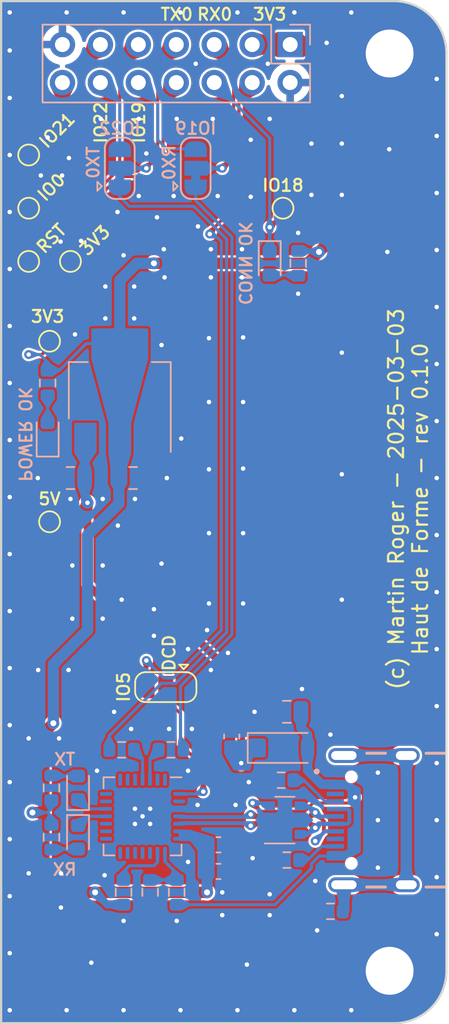
<source format=kicad_pcb>
(kicad_pcb (version 20221018) (generator pcbnew)
  (title_block (title "Haut de Forme") (date "2025-03-03") (rev "0.1.0") (company "Martin Roger"))
  (layers (0 "F.Cu" signal "Top") (31 "B.Cu" signal "Bottom") (34 "B.Paste" user) (35 "F.Paste" user) (36 "B.SilkS" user "B.Silkscreen") (37 "F.SilkS" user "F.Silkscreen") (38 "B.Mask" user) (39 "F.Mask" user) (44 "Edge.Cuts" user))
  (net 0 "")
  (net 1 "RX0")
  (net 2 "TX0")
  (net 3 "RST")
  (net 4 "IO21")
  (net 5 "IO22")
  (net 6 "IO19")
  (net 7 "IO23")
  (net 8 "Net-(D5-A)")
  (net 9 "IO18")
  (net 10 "Net-(D6-A)")
  (net 11 "VBUS")
  (net 12 "RX")
  (net 13 "GND")
  (net 14 "/CP2102_1/D+")
  (net 15 "TX")
  (net 16 "/CP2102_1/D-")
  (net 17 "+3.3V")
  (net 18 "+5V")
  (net 19 "IO0")
  (net 20 "/CP2102_1/DCD")
  (net 21 "/CP2102_1/RI")
  (net 33 "/CP2102_1/CTS")
  (net 34 "/CP2102_1/RTS")
  (net 35 "/CP2102_1/DSR")
  (net 36 "/CP2102_1/DTR")
  (net 37 "IO5")
  (net 40 "Net-(U4-~{RST})")
  (net 41 "Net-(U4-VBUS)")
  (net 42 "Net-(U4-TXD)")
  (net 43 "Net-(U4-RXD)")
  (net 44 "Net-(J6-SHELL_GND)")
  (net 45 "Net-(J6-CC2)")
  (net 46 "Net-(J6-CC1)")
  (net 47 "Net-(D9-K)")
  (net 48 "Net-(D9-A)")
  (net 49 "Net-(D11-K)")
  (net 50 "Net-(D11-A)")
  (footprint "MountingHole:MountingHole_3.2mm_M3_Pad_TopBottom" (layer "F.Cu") (at 146.812 97.409)
    (fp_text reference "H1" hide)
    (fp_text value "MountingHole_Pad" hide)
  )
  (footprint "TestPoint:TestPoint_Pad_D1.0mm" (layer "F.Cu") (at 122.6566 104.1908)
    (fp_text reference "TP5" hide)
    (fp_text value "TestPoint_Small" hide)
  )
  (footprint "MountingHole:MountingHole_3.2mm_M3_Pad_TopBottom" (layer "F.Cu") (at 146.812 158.709)
    (fp_text reference "H2" hide)
    (fp_text value "MountingHole_Pad" hide)
  )
  (footprint "Jumper:SolderJumper-3_P1.3mm_Bridged12_RoundedPad1.0x1.5mm" (layer "F.Cu") (at 131.8306 139.7508 180)
    (fp_text reference "JP1" hide)
    (fp_text value "SolderJumper_3_Bridged12")
  )
  (footprint "TestPoint:TestPoint_Pad_D1.0mm" (layer "F.Cu") (at 124.0536 128.7018)
    (fp_text reference "5V1" hide)
    (fp_text value "TestPoint_Small" hide)
  )
  (footprint "TestPoint:TestPoint_Pad_D1.0mm" (layer "F.Cu") (at 139.6746 107.7468)
    (fp_text reference "TP3" hide)
    (fp_text value "TestPoint_Small" hide)
  )
  (footprint "TestPoint:TestPoint_Pad_D1.0mm" (layer "F.Cu") (at 125.4506 111.3028)
    (fp_text reference "TP4" hide)
    (fp_text value "TestPoint_Small" hide)
  )
  (footprint "TestPoint:TestPoint_Pad_D1.0mm" (layer "F.Cu") (at 122.6566 111.3028)
    (fp_text reference "TP2" hide)
    (fp_text value "TestPoint_Small" hide)
  )
  (footprint "TestPoint:TestPoint_Pad_D1.0mm" (layer "F.Cu") (at 124.0536 116.636093)
    (fp_text reference "3V1" hide)
    (fp_text value "TestPoint_Small" hide)
  )
  (footprint "TestPoint:TestPoint_Pad_D1.0mm" (layer "F.Cu") (at 122.6566 107.7468)
    (fp_text reference "TP1" hide)
    (fp_text value "TestPoint_Small" hide)
  )
  (footprint "Capacitor_SMD:C_0603_1608Metric" (layer "B.Cu") (at 135.3566 150.2918 180)
    (fp_text reference "C14" hide)
    (fp_text value "0.1uF 50V" hide)
  )
  (footprint "Jumper:SolderJumper-3_P1.3mm_Bridged12_RoundedPad1.0x1.5mm" (layer "B.Cu") (at 133.8326 105.0798 90)
    (fp_text reference "JP2" hide)
    (fp_text value "SolderJumper_3_Bridged12" hide)
  )
  (footprint "Capacitor_SMD:C_0805_2012Metric" (layer "B.Cu") (at 125.4506 125.7808)
    (fp_text reference "C6" hide)
    (fp_text value "22uF 10V" hide)
  )
  (footprint "Resistor_SMD:R_0603_1608Metric" (layer "B.Cu") (at 132.1816 143.9418)
    (fp_text reference "R26" hide)
    (fp_text value "0R" hide)
  )
  (footprint "Capacitor_SMD:C_0805_2012Metric" (layer "B.Cu") (at 139.9286 141.4018)
    (fp_text reference "C16" hide)
    (fp_text value "22uF 10V" hide)
  )
  (footprint "Capacitor_SMD:C_0805_2012Metric" (layer "B.Cu") (at 129.6416 125.7808 180)
    (fp_text reference "C7" hide)
    (fp_text value "22uF 10V" hide)
  )
  (footprint "Resistor_SMD:R_0603_1608Metric" (layer "B.Cu") (at 130.7846 153.4668 -90)
    (fp_text reference "R24" hide)
    (fp_text value "47.5K 1%" hide)
  )
  (footprint "LED_SMD:LED_0603_1608Metric" (layer "B.Cu") (at 125.9586 146.4818 90)
    (fp_text reference "D9" hide)
    (fp_text value "2.1V G 10mA" hide)
  )
  (footprint "Connector_PinSocket_2.54mm:PinSocket_2x07_P2.54mm_Vertical" (layer "B.Cu") (at 132.535 98.082 90)
    (fp_text reference "J1" hide)
    (fp_text value "Conn_02x07_Counter_Clockwise" hide)
  )
  (footprint "Capacitor_SMD:C_0603_1608Metric" (layer "B.Cu") (at 136.2456 143.0528 -90)
    (fp_text reference "C15" hide)
    (fp_text value "10uF 10V" hide)
  )
  (footprint "Package_TO_SOT_SMD:SOT-223-3_TabPin2" (layer "B.Cu") (at 128.7526 119.9388 90)
    (fp_text reference "U2" hide)
    (fp_text value "AZ1117CH-3.3TRG1" hide)
  )
  (footprint "Resistor_SMD:R_0603_1608Metric" (layer "B.Cu") (at 128.8796 143.9418 180)
    (fp_text reference "R27" hide)
    (fp_text value "0R" hide)
  )
  (footprint "Resistor_SMD:R_0603_1608Metric" (layer "B.Cu") (at 124.1806 149.7838 -90)
    (fp_text reference "R35" hide)
    (fp_text value "1K 1%" hide)
  )
  (footprint "Jumper:SolderJumper-3_P1.3mm_Bridged12_RoundedPad1.0x1.5mm" (layer "B.Cu") (at 128.7526 105.0798 90)
    (fp_text reference "JP3" hide)
    (fp_text value "SolderJumper_3_Bridged12" hide)
  )
  (footprint "Resistor_SMD:R_0603_1608Metric" (layer "B.Cu") (at 124.1806 146.4818 90)
    (fp_text reference "R34" hide)
    (fp_text value "1K 1%" hide)
  )
  (footprint "Resistor_SMD:R_0603_1608Metric" (layer "B.Cu") (at 142.8496 154.7368 180)
    (fp_text reference "R29" hide)
    (fp_text value "0R" hide)
  )
  (footprint "Resistor_SMD:R_0603_1608Metric" (layer "B.Cu") (at 129.0066 153.4668 90)
    (fp_text reference "R25" hide)
    (fp_text value "2K 1%" hide)
  )
  (footprint "Package_DFN_QFN:QFN-28-1EP_5x5mm_P0.5mm_EP3.35x3.35mm" (layer "B.Cu") (at 130.2766 148.3868 180)
    (fp_text reference "U4" hide)
    (fp_text value "CP2102N" hide)
  )
  (footprint "Diode_SMD:D_SOD-123" (layer "B.Cu") (at 139.6746 143.8148)
    (fp_text reference "D14" hide)
    (fp_text value "1N5819HW-7-F" hide)
  )
  (footprint "DIY:GCT_USB4105-GF-A" (layer "B.Cu") (at 147.9296 148.6408 -90)
    (fp_text reference "J6" hide)
    (fp_text value "USB4105-GF-A" hide)
  )
  (footprint "Package_TO_SOT_SMD:SOT-143" (layer "B.Cu") (at 139.8016 148.6408)
    (fp_text reference "D8" hide)
    (fp_text value "SP0503BAHTG" hide)
  )
  (footprint "LED_SMD:LED_0603_1608Metric" (layer "B.Cu") (at 138.7856 111.4298 -90)
    (fp_text reference "D6" hide)
    (fp_text value "2V R 10mA" hide)
  )
  (footprint "Resistor_SMD:R_0603_1608Metric" (layer "B.Cu") (at 139.9286 151.307799 180)
    (fp_text reference "R30" hide)
    (fp_text value "5.1K 1%" hide)
  )
  (footprint "Resistor_SMD:R_0603_1608Metric" (layer "B.Cu") (at 140.6906 111.4298 -90)
    (fp_text reference "R6" hide)
    (fp_text value "1K 1%" hide)
  )
  (footprint "Resistor_SMD:R_0603_1608Metric" (layer "B.Cu") (at 139.5476 145.9738)
    (fp_text reference "R28" hide)
    (fp_text value "5.1K 1%" hide)
  )
  (footprint "Capacitor_SMD:C_0603_1608Metric" (layer "B.Cu") (at 135.3566 152.0698 180)
    (fp_text reference "C13" hide)
    (fp_text value "10uF 10V" hide)
  )
  (footprint "Resistor_SMD:R_0603_1608Metric" (layer "B.Cu") (at 132.5626 153.4668 90)
    (fp_text reference "R23" hide)
    (fp_text value "22.1K 1%" hide)
  )
  (footprint "Resistor_SMD:R_0603_1608Metric" (layer "B.Cu") (at 123.9266 119.4308 -90)
    (fp_text reference "R5" hide)
    (fp_text value "1K 1%" hide)
  )
  (footprint "LED_SMD:LED_0603_1608Metric" (layer "B.Cu") (at 125.9586 149.7838 -90)
    (fp_text reference "D11" hide)
    (fp_text value "2.1V G 10mA" hide)
  )
  (footprint "LED_SMD:LED_0603_1608Metric" (layer "B.Cu") (at 123.9266 122.8598 90)
    (fp_text reference "D5" hide)
    (fp_text value "2.1V O 10mA" hide)
  )
  (gr_line locked (start 120.812 162.209) (end 120.812 93.909) (stroke (width 0.15)) (layer "Edge.Cuts"))
  (gr_arc locked (start 147.112 93.909) (mid 149.586874 94.934126) (end 150.612 97.409) (stroke (width 0.15)) (layer "Edge.Cuts"))
  (gr_line locked (start 147.112 93.909) (end 120.812 93.909) (stroke (width 0.15)) (layer "Edge.Cuts"))
  (gr_line locked (start 150.612 97.409) (end 150.612 158.709) (stroke (width 0.15)) (layer "Edge.Cuts"))
  (gr_line locked (start 147.112 162.209) (end 120.812 162.209) (stroke (width 0.15)) (layer "Edge.Cuts"))
  (gr_arc locked (start 150.612 158.709) (mid 149.586874 161.183874) (end 147.112 162.209) (stroke (width 0.15)) (layer "Edge.Cuts"))
  (gr_text "IO19" (at 133.8326 102.4128) (layer "B.SilkS") (effects (font (size 0.8 0.8)) (justify mirror)))
  (gr_text "RX0" (at 132.0546 104.6988 90) (layer "B.SilkS") (effects (font (size 0.8 0.8)) (justify mirror)))
  (gr_text "RX" (at 125.0696 151.9428) (layer "B.SilkS") (effects (font (size 0.8 0.8)) (justify mirror)))
  (gr_text "TX0" (at 126.9746 104.6988 90) (layer "B.SilkS") (effects (font (size 0.8 0.8)) (justify mirror)))
  (gr_text "CONN OK" (at 137.1346 111.4298 270) (layer "B.SilkS") (effects (font (size 0.8 0.8)) (justify mirror)))
  (gr_text "IO22" (at 128.7526 102.4128) (layer "B.SilkS") (effects (font (size 0.8 0.8)) (justify mirror)))
  (gr_text "TX" (at 125.0696 144.5768) (layer "B.SilkS") (effects (font (size 0.8 0.8)) (justify mirror)))
  (gr_text "POWER OK" (at 122.4026 122.8598 270) (layer "B.SilkS") (effects (font (size 0.8 0.8)) (justify mirror)))
  (gr_text "IO18" (at 139.6746 106.2228) (layer "F.SilkS") (effects (font (size 0.8 0.8))))
  (gr_text "(c) ${COMPANY} - ${ISSUE_DATE}\n${TITLE} - rev ${REVISION}" (at 148.0566 127.1778 90) (layer "F.SilkS") (effects (font (size 1 1))))
  (gr_text "IO22" (at 127.4826 102.0318 90) (layer "F.SilkS") (effects (font (size 0.8 0.8))))
  (gr_text "TX0" (at 132.5626 94.7928) (layer "F.SilkS") (effects (font (size 0.8 0.8))))
  (gr_text "3V3\n" (at 123.9266 114.9858) (layer "F.SilkS") (effects (font (size 0.8 0.8))))
  (gr_text "5V" (at 124.0536 127.1778) (layer "F.SilkS") (effects (font (size 0.8 0.8))))
  (gr_text "IO19" (at 130.0226 102.0318 90) (layer "F.SilkS") (effects (font (size 0.8 0.8))))
  (gr_text "3V3\n" (at 127.1016 109.9058 45) (layer "F.SilkS") (effects (font (size 0.8 0.8))))
  (gr_text "DCD" (at 132.0546 137.4648 90) (layer "F.SilkS") (effects (font (size 0.8 0.8))))
  (gr_text "IO5" (at 129.0066 139.7508 90) (layer "F.SilkS") (effects (font (size 0.8 0.8))))
  (gr_text "3V3" (at 138.7856 94.7928) (layer "F.SilkS") (effects (font (size 0.8 0.8))))
  (gr_text "RST" (at 124.1806 109.7788 45) (layer "F.SilkS") (effects (font (size 0.8 0.8))))
  (gr_text "IO0" (at 124.1806 106.3498 45) (layer "F.SilkS") (effects (font (size 0.8 0.8))))
  (gr_text "RX0" (at 135.1026 94.7928) (layer "F.SilkS") (effects (font (size 0.8 0.8))))
  (gr_text "IO21" (at 124.5616 102.5398 45) (layer "F.SilkS") (effects (font (size 0.8 0.8))))
  (segment (start 136.3726 98.1096) (end 136.3726 104.3178) (width 0.2032) (layer "F.Cu") (net 1))
  (segment (start 135.075 96.812) (end 136.3726 98.1096) (width 0.2032) (layer "F.Cu") (net 1))
  (segment (start 136.3726 104.3178) (end 135.6106 105.0798) (width 0.2032) (layer "F.Cu") (net 1))
  (via (at 135.6106 105.0798) (size 0.6) (drill 0.3) (layers "F.Cu" "B.Cu") (net 1))
  (segment (start 135.6106 105.0798) (end 133.8326 105.0798) (width 0.2032) (layer "B.Cu") (net 1))
  (segment (start 130.5306 105.0798) (end 131.2926 104.3178) (width 0.2032) (layer "F.Cu") (net 2))
  (segment (start 131.2926 98.0544) (end 132.535 96.812) (width 0.2032) (layer "F.Cu") (net 2))
  (segment (start 131.2926 104.3178) (end 131.2926 98.0544) (width 0.2032) (layer "F.Cu") (net 2))
  (via (at 130.5306 105.0798) (size 0.6) (drill 0.3) (layers "F.Cu" "B.Cu") (net 2))
  (segment (start 130.5306 105.0798) (end 128.7526 105.0798) (width 0.2032) (layer "B.Cu") (net 2))
  (segment (start 122.6566 111.1758) (end 122.6566 111.3028) (width 0.2032) (layer "F.Cu") (net 3))
  (segment (start 128.7526 105.0798) (end 122.6566 111.1758) (width 0.2032) (layer "F.Cu") (net 3))
  (segment (start 128.7526 98.0544) (end 128.7526 105.0798) (width 0.2032) (layer "F.Cu") (net 3))
  (segment (start 129.995 96.812) (end 128.7526 98.0544) (width 0.2032) (layer "F.Cu") (net 3))
  (segment (start 123.9266 104.1908) (end 122.6566 104.1908) (width 0.2032) (layer "F.Cu") (net 4))
  (segment (start 124.915 103.2024) (end 123.9266 104.1908) (width 0.2032) (layer "F.Cu") (net 4))
  (segment (start 124.915 99.352) (end 124.915 103.2024) (width 0.2032) (layer "F.Cu") (net 4))
  (segment (start 128.7526 100.6496) (end 128.7526 103.7798) (width 0.2032) (layer "B.Cu") (net 5))
  (segment (start 127.455 99.352) (end 128.7526 100.6496) (width 0.2032) (layer "B.Cu") (net 5))
  (segment (start 131.2926 100.7618) (end 131.2926 103.1748) (width 0.2032) (layer "B.Cu") (net 6))
  (segment (start 131.2926 103.1748) (end 131.8976 103.7798) (width 0.2032) (layer "B.Cu") (net 6))
  (segment (start 129.995 99.352) (end 129.995 99.4642) (width 0.2032) (layer "B.Cu") (net 6))
  (segment (start 131.8976 103.7798) (end 133.8326 103.7798) (width 0.2032) (layer "B.Cu") (net 6))
  (segment (start 129.995 99.4642) (end 131.2926 100.7618) (width 0.2032) (layer "B.Cu") (net 6))
  (segment (start 131.6482 100.2388) (end 131.6482 104.465094) (width 0.2032) (layer "F.Cu") (net 7))
  (segment (start 132.535 99.352) (end 131.6482 100.2388) (width 0.2032) (layer "F.Cu") (net 7))
  (segment (start 130.760075 105.6338) (end 128.701494 105.6338) (width 0.2032) (layer "F.Cu") (net 7))
  (segment (start 131.6482 104.465094) (end 131.0846 105.028694) (width 0.2032) (layer "F.Cu") (net 7))
  (segment (start 128.701494 105.6338) (end 125.4506 108.884694) (width 0.2032) (layer "F.Cu") (net 7))
  (segment (start 125.4506 108.884694) (end 125.4506 111.3028) (width 0.2032) (layer "F.Cu") (net 7))
  (segment (start 131.0846 105.028694) (end 131.0846 105.309275) (width 0.2032) (layer "F.Cu") (net 7))
  (segment (start 131.0846 105.309275) (end 130.760075 105.6338) (width 0.2032) (layer "F.Cu") (net 7))
  (segment (start 123.9266 120.2558) (end 123.9266 122.0723) (width 0.2032) (layer "B.Cu") (net 8))
  (segment (start 139.6746 107.7468) (end 139.6746 108.1278) (width 0.2032) (layer "F.Cu") (net 9))
  (segment (start 139.6746 108.1278) (end 138.7856 109.0168) (width 0.2032) (layer "F.Cu") (net 9))
  (via (at 138.7856 109.0168) (size 0.6) (drill 0.3) (layers "F.Cu" "B.Cu") (net 9))
  (segment (start 135.075 99.352) (end 138.7856 103.0626) (width 0.2032) (layer "B.Cu") (net 9))
  (segment (start 138.7856 109.0168) (end 138.7856 110.6423) (width 0.2032) (layer "B.Cu") (net 9))
  (segment (start 138.7856 103.0626) (end 138.7856 109.0168) (width 0.2032) (layer "B.Cu") (net 9))
  (segment (start 140.6531 112.2173) (end 140.6906 112.2548) (width 0.2032) (layer "B.Cu") (net 10))
  (segment (start 138.7856 112.2173) (end 140.6531 112.2173) (width 0.2032) (layer "B.Cu") (net 10))
  (segment (start 141.130325 148.0526) (end 138.1974 148.0526) (width 0.2032) (layer "F.Cu") (net 11))
  (segment (start 138.1974 148.0526) (end 137.6426 147.4978) (width 0.2032) (layer "F.Cu") (net 11))
  (segment (start 141.685125 147.4978) (end 141.130325 148.0526) (width 0.2032) (layer "F.Cu") (net 11))
  (segment (start 144.5006 147.1168) (end 144.1196 147.4978) (width 0.2032) (layer "F.Cu") (net 11))
  (segment (start 144.1196 147.4978) (end 141.685125 147.4978) (width 0.2032) (layer "F.Cu") (net 11))
  (via (at 144.5006 147.1168) (size 0.6) (drill 0.3) (layers "F.Cu" "B.Cu") (net 11))
  (via (at 137.6426 147.4978) (size 0.6) (drill 0.3) (layers "F.Cu" "B.Cu") (net 11))
  (segment (start 141.3246 145.3082) (end 142.2572 146.2408) (width 0.635) (layer "B.Cu") (net 11))
  (segment (start 138.6086 147.4978) (end 138.8016 147.6908) (width 0.2032) (layer "B.Cu") (net 11))
  (segment (start 139.1454 154.2918) (end 141.5796 151.8576) (width 0.2032) (layer "B.Cu") (net 11))
  (segment (start 141.5796 151.8576) (end 141.5796 151.556694) (width 0.2032) (layer "B.Cu") (net 11))
  (segment (start 141.3256 143.8138) (end 141.3246 143.8148) (width 0.635) (layer "B.Cu") (net 11))
  (segment (start 142.2572 146.2408) (end 143.1746 146.2408) (width 0.635) (layer "B.Cu") (net 11))
  (segment (start 137.6426 147.4978) (end 138.6086 147.4978) (width 0.2032) (layer "B.Cu") (net 11))
  (segment (start 141.3256 142.9258) (end 141.3256 143.8138) (width 0.635) (layer "B.Cu") (net 11))
  (segment (start 132.5626 154.2918) (end 139.1454 154.2918) (width 0.2032) (layer "B.Cu") (net 11))
  (segment (start 140.8786 141.4018) (end 140.8786 142.4788) (width 0.635) (layer "B.Cu") (net 11))
  (segment (start 141.3246 143.8148) (end 141.3246 145.3082) (width 0.635) (layer "B.Cu") (net 11))
  (segment (start 142.095494 151.0408) (end 143.1746 151.0408) (width 0.2032) (layer "B.Cu") (net 11))
  (segment (start 140.8786 142.4788) (end 141.3256 142.9258) (width 0.635) (layer "B.Cu") (net 11))
  (segment (start 141.5796 151.556694) (end 142.095494 151.0408) (width 0.2032) (layer "B.Cu") (net 11))
  (segment (start 133.8326 107.243906) (end 136.2588 109.670106) (width 0.2032) (layer "B.Cu") (net 12))
  (segment (start 132.8166 143.7518) (end 133.0066 143.9418) (width 0.2032) (layer "B.Cu") (net 12))
  (segment (start 133.8326 106.3798) (end 133.8326 107.243906) (width 0.2032) (layer "B.Cu") (net 12))
  (segment (start 136.2588 136.240494) (end 132.8166 139.682694) (width 0.2032) (layer "B.Cu") (net 12))
  (segment (start 132.8166 139.682694) (end 132.8166 143.7518) (width 0.2032) (layer "B.Cu") (net 12))
  (segment (start 136.2588 109.670106) (end 136.2588 136.240494) (width 0.2032) (layer "B.Cu") (net 12))
  (via (at 121.3866 134.6708) (size 0.6) (drill 0.3) (layers "F.Cu" "B.Cu") (net 13))
  (via (at 134.8486 138.6078) (size 0.6) (drill 0.3) (layers "F.Cu" "B.Cu") (net 13))
  (via (at 129.7178 112.9792) (size 0.6) (drill 0.3) (layers "F.Cu" "B.Cu") (net 13))
  (via (at 149.9616 137.2108) (size 0.6) (drill 0.3) (layers "F.Cu" "B.Cu") (net 13))
  (via (at 131.5466 116.8908) (size 0.6) (drill 0.3) (layers "F.Cu" "B.Cu") (net 13))
  (via (at 146.0246 151.8158) (size 0.6) (drill 0.3) (layers "F.Cu" "B.Cu") (net 13))
  (via (at 138.7856 101.7778) (size 0.6) (drill 0.3) (layers "F.Cu" "B.Cu") (net 13))
  (via (at 137.6426 151.1808) (size 0.6) (drill 0.3) (layers "F.Cu" "B.Cu") (net 13))
  (via (at 133.5786 142.5448) (size 0.6) (drill 0.3) (layers "F.Cu" "B.Cu") (net 13))
  (via (at 132.8166 161.3408) (size 0.6) (drill 0.3) (layers "F.Cu" "B.Cu") (net 13))
  (via (at 141.5796 103.4288) (size 0.6) (drill 0.3) (layers "F.Cu" "B.Cu") (net 13))
  (via (at 149.9616 114.3508) (size 0.6) (drill 0.3) (layers "F.Cu" "B.Cu") (net 13))
  (via (at 138.7856 154.9908) (size 0.6) (drill 0.3) (layers "F.Cu" "B.Cu") (net 13))
  (via (at 121.3866 97.2058) (size 0.6) (drill 0.3) (layers "F.Cu" "B.Cu") (net 13))
  (via (at 132.8674 123.1392) (size 0.6) (drill 0.3) (layers "F.Cu" "B.Cu") (net 13))
  (via (at 138.7856 153.5938) (size 0.6) (drill 0.3) (layers "F.Cu" "B.Cu") (net 13))
  (via (at 141.9606 156.0068) (size 0.6) (drill 0.3) (layers "F.Cu" "B.Cu") (net 13))
  (via (at 149.9616 102.9208) (size 0.6) (drill 0.3) (layers "F.Cu" "B.Cu") (net 13))
  (via (at 133.8326 98.0948) (size 0.6) (drill 0.3) (layers "F.Cu" "B.Cu") (net 13))
  (via (at 137.5156 103.1748) (size 0.6) (drill 0.3) (layers "F.Cu" "B.Cu") (net 13))
  (via (at 123.2662 125.7808) (size 0.6) (drill 0.3) (layers "F.Cu" "B.Cu") (net 13))
  (via (at 124.8918 105.5624) (size 0.6) (drill 0.3) (layers "F.Cu" "B.Cu") (net 13))
  (via (at 134.5946 135.9408) (size 0.6) (drill 0.3) (layers "F.Cu" "B.Cu") (net 13))
  (via (at 137.0076 116.3828) (size 0.6) (drill 0.3) (layers "F.Cu" "B.Cu") (net 13))
  (via (at 128.6002 108.0008) (size 0.6) (drill 0.3) (layers "F.Cu" "B.Cu") (net 13))
  (via (at 125.5776 131.6228) (size 0.6) (drill 0.3) (layers "F.Cu" "B.Cu") (net 13))
  (via (at 123.9266 103.0224) (size 0.6) (drill 0.3) (layers "F.Cu" "B.Cu") (net 13))
  (via (at 137.0076 134.1628) (size 0.6) (drill 0.3) (layers "F.Cu" "B.Cu") (net 13))
  (via (at 144.2466 161.3408) (size 0.6) (drill 0.3) (layers "F.Cu" "B.Cu") (net 13))
  (via (at 121.3866 153.7208) (size 0.6) (drill 0.3) (layers "F.Cu" "B.Cu") (net 13))
  (via (at 121.3866 138.4808) (size 0.6) (drill 0.3) (layers "F.Cu" "B.Cu") (net 13))
  (via (at 122.6566 152.1968) (size 0.6) (drill 0.3) (layers "F.Cu" "B.Cu") (net 13))
  (via (at 127.6096 135.1788) (size 0.6) (drill 0.3) (layers "F.Cu" "B.Cu") (net 13))
  (via (at 136.9314 112.3696) (size 0.6) (drill 0.3) (layers "F.Cu" "B.Cu") (net 13))
  (via (at 149.9616 106.7308) (size 0.6) (drill 0.3) (layers "F.Cu" "B.Cu") (net 13))
  (via (at 129.5146 142.5448) (size 0.6) (drill 0.3) (layers "F.Cu" "B.Cu") (net 13))
  (via (at 140.4366 161.3408) (size 0.6) (drill 0.3) (layers "F.Cu" "B.Cu") (net 13))
  (via (at 133.3246 137.2108) (size 0.6) (drill 0.3) (layers "F.Cu" "B.Cu") (net 13))
  (via (at 127.6096 127.1778) (size 0.6) (drill 0.3) (layers "F.Cu" "B.Cu") (net 13))
  (via (at 128.3716 141.4018) (size 0.6) (drill 0.3) (layers "F.Cu" "B.Cu") (net 13))
  (via (at 131.0386 134.5438) (size 0.6) (drill 0.3) (layers "F.Cu" "B.Cu") (net 13))
  (via (at 134.7216 120.7008) (size 0.6) (drill 0.3) (layers "F.Cu" "B.Cu") (net 13))
  (via (at 125.5776 135.1788) (size 0.6) (drill 0.3) (layers "F.Cu" "B.Cu") (net 13))
  (via (at 131.0386 136.3218) (size 0.6) (drill 0.3) (layers "F.Cu" "B.Cu") (net 13))
  (via (at 136.6266 94.6658) (size 0.6) (drill 0.3) (layers "F.Cu" "B.Cu") (net 13))
  (via (at 127.7874 115.1128) (size 0.6) (drill 0.3) (layers "F.Cu" "B.Cu") (net 13))
  (via (at 149.9616 121.9708) (size 0.6) (drill 0.3) (layers "F.Cu" "B.Cu") (net 13))
  (via (at 133.985 108.966) (size 0.6) (drill 0.3) (layers "F.Cu" "B.Cu") (net 13))
  (via (at 135.6106 153.4668) (size 0.6) (drill 0.3) (layers "F.Cu" "B.Cu") (net 13))
  (via (at 129.7686 127.1778) (size 0.6) (drill 0.3) (layers "F.Cu" "B.Cu") (net 13))
  (via (at 128.8796 133.9088) (size 0.6) (drill 0.3) (layers "F.Cu" "B.Cu") (net 13))
  (via (at 121.3866 111.8108) (size 0.6) (drill 0.3) (layers "F.Cu" "B.Cu") (net 13))
  (via (at 149.9616 118.1608) (size 0.6) (drill 0.3) (layers "F.Cu" "B.Cu") (net 13))
  (via (at 127.7874 112.9792) (size 0.6) (drill 0.3) (layers "F.Cu" "B.Cu") (net 13))
  (via (at 124.7902 109.982) (size 0.6) (drill 0.3) (layers "F.Cu" "B.Cu") (net 13))
  (via (at 131.9022 125.7808) (size 0.6) (drill 0.3) (layers "F.Cu" "B.Cu") (net 13))
  (via (at 128.6256 128.9558) (size 0.6) (drill 0.3) (layers "F.Cu" "B.Cu") (net 13))
  (via (at 123.2916 138.6078) (size 0.6) (drill 0.3) (layers "F.Cu" "B.Cu") (net 13))
  (via (at 132.8166 94.6658) (size 0.6) (drill 0.3) (layers "F.Cu" "B.Cu") (net 13))
  (via (at 121.3866 123.2408) (size 0.6) (drill 0.3) (layers "F.Cu" "B.Cu") (net 13))
  (via (at 122.6566 143.1798) (size 0.6) (drill 0.3) (layers "F.Cu" "B.Cu") (net 13))
  (via (at 142.5956 96.6978) (size 0.6) (drill 0.3) (layers "F.Cu" "B.Cu") (net 13))
  (via (at 146.7866 103.8098) (size 0.6) (drill 0.3) (layers "F.Cu" "B.Cu") (net 13))
  (via (at 137.2616 158.2928) (size 0.6) (drill 0.3) (layers "F.Cu" "B.Cu") (net 13))
  (via (at 132.0546 142.5448) (size 0.6) (drill 0.3) (layers "F.Cu" "B.Cu") (net 13))
  (via (at 129.0066 110.8964) (size 0.6) (drill 0.3) (layers "F.Cu" "B.Cu") (net 13))
  (via (at 134.8486 112.3696) (size 0.6) (drill 0.3) (layers "F.Cu" "B.Cu") (net 13))
  (via (at 144.2466 94.6658) (size 0.6) (drill 0.3) (layers "F.Cu" "B.Cu") (net 13))
  (via (at 149.9616 99.1108) (size 0.6) (drill 0.3) (layers "F.Cu" "B.Cu") (net 13))
  (via (at 149.9616 152.4508) (size 0.6) (drill 0.3) (layers "F.Cu" "B.Cu") (net 13))
  (via (at 143.6116 117.3988) (size 0.6) (drill 0.3) (layers "F.Cu" "B.Cu") (net 13))
  (via (at 133.3246 151.4348) (size 0.6) (drill 0.3) (layers "F.Cu" "B.Cu") (net 13))
  (via (at 141.8336 152.7048) (size 0.6) (drill 0.3) (layers "F.Cu" "B.Cu") (net 13))
  (via (at 137.5156 106.9848) (size 0.6) (drill 0.3) (layers "F.Cu" "B.Cu") (net 13))
  (via (at 125.3236 138.6078) (size 0.6) (drill 0.3) (layers "F.Cu" "B.Cu") (net 13))
  (via (at 149.9616 129.5908) (size 0.6) (drill 0.3) (layers "F.Cu" "B.Cu") (net 13))
  (via (at 143.6116 103.4288) (size 0.6) (drill 0.3) (layers "F.Cu" "B.Cu") (net 13))
  (via (at 121.3866 161.3408) (size 0.6) (drill 0.3) (layers "F.Cu" "B.Cu") (net 13))
  (via (at 127.6096 131.6228) (size 0.6) (drill 0.3) (layers "F.Cu" "B.Cu") (net 13))
  (via (at 137.3886 146.1008) (size 0.6) (drill 0.3) (layers "F.Cu" "B.Cu") (net 13))
  (via (at 125.4506 127.1778) (size 0.6) (drill 0.3) (layers "F.Cu" "B.Cu") (net 13))
  (via (at 121.3866 100.3808) (size 0.6) (drill 0.3) (layers "F.Cu" "B.Cu") (net 13))
  (via (at 149.9616 141.0208) (size 0.6) (drill 0.3) (layers "F.Cu" "B.Cu") (net 13))
  (via (at 131.7498 112.3696) (size 0.6) (drill 0.3) (layers "F.Cu" "B.Cu") (net 13))
  (via (at 121.3866 104.1908) (size 0.6) (drill 0.3) (layers "F.Cu" "B.Cu") (net 13))
  (via (at 130.0226 106.934) (size 0.6) (drill 0.3) (layers "F.Cu" "B.Cu") (net 13))
  (via (at 146.0246 148.6408) (size 0.6) (drill 0.3) (layers "F.Cu" "B.Cu") (net 13))
  (via (at 130.7846 148.8948) (size 0.6) (drill 0.3) (layers "F.Cu" "B.Cu") (net 13))
  (via (at 137.0076 120.7008) (size 0.6) (drill 0.3) (layers "F.Cu" "B.Cu") (net 13))
  (via (at 129.7686 147.8788) (size 0.6) (drill 0.3) (layers "F.Cu" "B.Cu") (net 13))
  (via (at 125.1966 161.3408) (size 0.6) (drill 0.3) (layers "F.Cu" "B.Cu") (net 13))
  (via (at 141.5796 106.8578) (size 0.6) (drill 0.3) (layers "F.Cu" "B.Cu") (net 13))
  (via (at 125.1966 94.6658) (size 0.6) (drill 0.3) (layers "F.Cu" "B.Cu") (net 13))
  (via (at 132.5626 155.3718) (size 0.6) (drill 0.3) (layers "F.Cu" "B.Cu") (net 13))
  (via (at 124.8156 152.1968) (size 0.6) (drill 0.3) (layers "F.Cu" "B.Cu") (net 13))
  (via (at 134.7216 125.1966) (size 0.6) (drill 0.3) (layers "F.Cu" "B.Cu") (net 13))
  (via (at 143.6116 106.8578) (size 0.6) (drill 0.3) (layers "F.Cu" "B.Cu") (net 13))
  (via (at 127.4826 101.7778) (size 0.6) (drill 0.3) (layers "F.Cu" "B.Cu") (net 13))
  (via (at 131.5466 131.4958) (size 0.6) (drill 0.3) (layers "F.Cu" "B.Cu") (net 13))
  (via (at 121.3866 146.1008) (size 0.6) (drill 0.3) (layers "F.Cu" "B.Cu") (net 13))
  (via (at 140.4366 94.6658) (size 0.6) (drill 0.3) (layers "F.Cu" "B.Cu") (net 13))
  (via (at 143.6116 125.5268) (size 0.6) (drill 0.3) (layers "F.Cu" "B.Cu") (net 13))
  (via (at 130.5306 104.0892) (size 0.6) (drill 0.3) (layers "F.Cu" "B.Cu") (net 13))
  (via (at 149.9616 148.6408) (size 0.6) (drill 0.3) (layers "F.Cu" "B.Cu") (net 13))
  (via (at 132.5626 101.7778) (size 0.6) (drill 0.3) (layers "F.Cu" "B.Cu") (net 13))
  (via (at 140.6906 109.3978) (size 0.6) (drill 0.3) (layers "F.Cu" "B.Cu") (net 13))
  (via (at 125.7554 116.1796) (size 0.6) (drill 0.3) (layers "F.Cu" "B.Cu") (net 13))
  (via (at 134.7216 134.1628) (size 0.6) (drill 0.3) (layers "F.Cu" "B.Cu") (net 13))
  (via (at 135.6106 154.9908) (size 0.6) (drill 0.3) (layers "F.Cu" "B.Cu") (net 13))
  (via (at 129.7178 115.1128) (size 0.6) (drill 0.3) (layers "F.Cu" "B.Cu") (net 13))
  (via (at 121.3866 94.6658) (size 0.6) (drill 0.3) (layers "F.Cu" "B.Cu") (net 13))
  (via (at 121.3866 149.9108) (size 0.6) (drill 0.3) (layers "F.Cu" "B.Cu") (net 13))
  (via (at 129.0066 161.3408) (size 0.6) (drill 0.3) (layers "F.Cu" "B.Cu") (net 13))
  (via (at 121.3866 108.0008) (size 0.6) (drill 0.3) (layers "F.Cu" "B.Cu") (net 13))
  (via (at 121.3866 130.8608) (size 0.6) (drill 0.3) (layers "F.Cu" "B.Cu") (net 13))
  (via (at 129.7686 148.8948) (size 0.6) (drill 0.3) (layers "F.Cu" "B.Cu") (net 13))
  (via (at 149.9616 125.7808) (size 0.6) (drill 0.3) (layers "F.Cu" "B.Cu") (net 13))
  (via (at 121.3866 115.6208) (size 0.6) (drill 0.3) (layers "F.Cu" "B.Cu") (net 13))
  (via (at 136.9314 110.49) (size 0.6) (drill 0.3) (layers "F.Cu" "B.Cu") (net 13))
  (via (at 134.9756 101.7778) (size 0.6) (drill 0.3) (layers "F.Cu" "B.Cu") (net 13))
  (via (at 124.8156 154.4828) (size 0.6) (drill 0.3) (layers "F.Cu" "B.Cu") (net 13))
  (via (at 127.2286 145.3388) (size 0.6) (drill 0.3) (layers "F.Cu" "B.Cu") (net 13))
  (via (at 149.9616 156.2608) (size 0.6) (drill 0.3) (layers "F.Cu" "B.Cu") (net 13))
  (via (at 123.4694 105.5624) (size 0.6) (drill 0.3) (layers "F.Cu" "B.Cu") (net 13))
  (via (at 136.6266 161.3408) (size 0.6) (drill 0.3) (layers "F.Cu" "B.Cu") (net 13))
  (via (at 121.3866 142.2908) (size 0.6) (drill 0.3) (layers "F.Cu" "B.Cu") (net 13))
  (via (at 149.9616 133.4008) (size 0.6) (drill 0.3) (layers "F.Cu" "B.Cu") (net 13))
  (via (at 134.7216 129.4638) (size 0.6) (drill 0.3) (layers "F.Cu" "B.Cu") (net 13))
  (via (at 129.0066 155.3718) (size 0.6) (drill 0.3) (layers "F.Cu" "B.Cu") (net 13))
  (via (at 121.3866 127.0508) (size 0.6) (drill 0.3) (layers "F.Cu" "B.Cu") (net 13))
  (via (at 134.7216 116.4336) (size 0.6) (drill 0.3) (layers "F.Cu" "B.Cu") (net 13))
  (via (at 129.0066 94.6658) (size 0.6) (drill 0.3) (layers "F.Cu" "B.Cu") (net 13))
  (via (at 146.0246 145.4658) (size 0.6) (drill 0.3) (layers "F.Cu" "B.Cu") (net 13))
  (via (at 146.6596 110.6678) (size 0.6) (drill 0.3) (layers "F.Cu" "B.Cu") (net 13))
  (via (at 137.0076 125.1458) (size 0.6) (drill 0.3) (layers "F.Cu" "B.Cu") (net 13))
  (via (at 138.6586 98.0948) (size 0.6) (drill 0.3) (layers "F.Cu" "B.Cu") (net 13))
  (via (at 140.6906 113.4618) (size 0.6) (drill 0.3) (layers "F.Cu" "B.Cu") (net 13))
  (via (at 127.7366 152.3238) (size 0.6) (drill 0.3) (layers "F.Cu" "B.Cu") (net 13))
  (via (at 121.3866 119.4308) (size 0.6) (drill 0.3) (layers "F.Cu" "B.Cu") (net 13))
  (via (at 149.9616 110.5408) (size 0.6) (drill 0.3) (layers "F.Cu" "B.Cu") (net 13))
  (via (at 130.2766 148.3868) (size 0.6) (drill 0.3) (layers "F.Cu" "B.Cu") (net 13))
  (via (at 137.0076 129.4638) (size 0.6) (drill 0.3) (layers "F.Cu" "B.Cu") (net 13))
  (via (at 143.6116 100.2538) (size 0.6) (drill 0.3) (layers "F.Cu" "B.Cu") (net 13))
  (via (at 137.7696 141.4018) (size 0.6) (drill 0.3) (layers "F.Cu" "B.Cu") (net 13))
  (via (at 125.349 104.394) (size 0.6) (drill 0.3) (layers "F.Cu" "B.Cu") (net 13))
  (via (at 143.6116 133.9088) (size 0.6) (drill 0.3) (layers "F.Cu" "B.Cu") (net 13))
  (via (at 131.699 110.49) (size 0.6) (drill 0.3) (layers "F.Cu" "B.Cu") (net 13))
  (via (at 136.4996 147.6248) (size 0.6) (drill 0.3) (layers "F.Cu" "B.Cu") (net 13))
  (via (at 131.2418 108.3564) (size 0.6) (drill 0.3) (layers "F.Cu" "B.Cu") (net 13))
  (via (at 130.0226 101.7778) (size 0.6) (drill 0.3) (layers "F.Cu" "B.Cu") (net 13))
  (via (at 134.8486 110.49) (size 0.6) (drill 0.3) (layers "F.Cu" "B.Cu") (net 13))
  (via (at 132.3594 106.934) (size 0.6) (drill 0.3) (layers "F.Cu" "B.Cu") (net 13))
  (via (at 140.9446 139.8778) (size 0.6) (drill 0.3) (layers "F.Cu" "B.Cu") (net 13))
  (via (at 126.1618 109.9312) (size 0.6) (drill 0.3) (layers "F.Cu" "B.Cu") (net 13))
  (via (at 142.8496 142.9258) (size 0.6) (drill 0.3) (layers "F.Cu" "B.Cu") (net 13))
  (via (at 133.3246 145.3388) (size 0.6) (drill 0.3) (layers "F.Cu" "B.Cu") (net 13))
  (via (at 133.9596 147.6248) (size 0.6) (drill 0.3) (layers "F.Cu" "B.Cu") (net 13))
  (via (at 135.3058 106.934) (size 0.6) (drill 0.3) (layers "F.Cu" "B.Cu") (net 13))
  (via (at 130.7846 147.8788) (size 0.6) (drill 0.3) (layers "F.Cu" "B.Cu") (net 13))
  (via (at 126.8476 158.1658) (size 0.6) (drill 0.3) (layers "F.Cu" "B.Cu") (net 13))
  (via (at 135.9916 137.4648) (size 0.6) (drill 0.3) (layers "F.Cu" "B.Cu") (net 13))
  (via (at 149.9616 144.8308) (size 0.6) (drill 0.3) (layers "F.Cu" "B.Cu") (net 13))
  (via (at 124.6886 143.1798) (size 0.6) (drill 0.3) (layers "F.Cu" "B.Cu") (net 13))
  (via (at 121.3866 157.5308) (size 0.6) (drill 0.3) (layers "F.Cu" "B.Cu") (net 13))
  (segment (start 142.413 148.7122) (end 141.8336 148.1328) (width 0.254) (layer "F.Cu") (net 14))
  (segment (start 142.413 149.4584) (end 142.413 148.7122) (width 0.254) (layer "F.Cu") (net 14))
  (segment (start 141.5328 148.4336) (end 141.8336 148.1328) (width 0.254) (layer "F.Cu") (net 14))
  (segment (start 137.6886 148.4336) (end 141.5328 148.4336) (width 0.254) (layer "F.Cu") (net 14))
  (segment (start 137.5156 148.2606) (end 137.6886 148.4336) (width 0.254) (layer "F.Cu") (net 14))
  (segment (start 141.8336 150.0378) (end 142.413 149.4584) (width 0.254) (layer "F.Cu") (net 14))
  (via (at 137.5156 148.2606) (size 0.6) (drill 0.3) (layers "F.Cu" "B.Cu") (net 14))
  (via (at 141.8336 148.1328) (size 0.6) (drill 0.3) (layers "F.Cu" "B.Cu") (net 14))
  (via (at 141.8336 150.0378) (size 0.6) (drill 0.3) (layers "F.Cu" "B.Cu") (net 14))
  (segment (start 142.265299 148.4376) (end 142.073401 148.4376) (width 0.254) (layer "B.Cu") (net 14))
  (segment (start 141.326601 147.6908) (end 140.8016 147.6908) (width 0.254) (layer "B.Cu") (net 14))
  (segment (start 132.773399 148.433599) (end 137.342601 148.433599) (width 0.254) (layer "B.Cu") (net 14))
  (segment (start 142.312099 148.3908) (end 142.265299 148.4376) (width 0.254) (layer "B.Cu") (net 14))
  (segment (start 143.1746 148.3908) (end 142.312099 148.3908) (width 0.254) (layer "B.Cu") (net 14))
  (segment (start 143.1746 149.3908) (end 142.4806 149.3908) (width 0.254) (layer "B.Cu") (net 14))
  (segment (start 132.7266 148.3868) (end 132.773399 148.433599) (width 0.254) (layer "B.Cu") (net 14))
  (segment (start 142.073401 148.4376) (end 141.8336 148.197799) (width 0.254) (layer "B.Cu") (net 14))
  (segment (start 141.8336 148.197799) (end 141.8336 148.1328) (width 0.254) (layer "B.Cu") (net 14))
  (segment (start 137.342601 148.433599) (end 137.5156 148.2606) (width 0.254) (layer "B.Cu") (net 14))
  (segment (start 141.8336 148.1328) (end 141.768601 148.1328) (width 0.254) (layer "B.Cu") (net 14))
  (segment (start 141.768601 148.1328) (end 141.326601 147.6908) (width 0.254) (layer "B.Cu") (net 14))
  (segment (start 142.4806 149.3908) (end 141.8336 150.0378) (width 0.254) (layer "B.Cu") (net 14))
  (segment (start 133.7056 107.6198) (end 135.9032 109.8174) (width 0.2032) (layer "B.Cu") (net 15))
  (segment (start 129.3876 107.6198) (end 133.7056 107.6198) (width 0.2032) (layer "B.Cu") (net 15))
  (segment (start 135.9032 109.8174) (end 135.9032 136.0932) (width 0.2032) (layer "B.Cu") (net 15))
  (segment (start 131.5466 139.4968) (end 128.0546 142.9888) (width 0.2032) (layer "B.Cu") (net 15))
  (segment (start 132.4996 139.4968) (end 131.5466 139.4968) (width 0.2032) (layer "B.Cu") (net 15))
  (segment (start 128.0546 142.9888) (end 128.0546 143.9418) (width 0.2032) (layer "B.Cu") (net 15))
  (segment (start 135.9032 136.0932) (end 132.4996 139.4968) (width 0.2032) (layer "B.Cu") (net 15))
  (segment (start 128.7526 106.9848) (end 129.3876 107.6198) (width 0.2032) (layer "B.Cu") (net 15))
  (segment (start 128.7526 106.3798) (end 128.7526 106.9848) (width 0.2032) (layer "B.Cu") (net 15))
  (segment (start 141.5248 148.84) (end 141.8336 149.1488) (width 0.254) (layer "F.Cu") (net 16))
  (segment (start 137.5156 149.013) (end 137.6886 148.84) (width 0.254) (layer "F.Cu") (net 16))
  (segment (start 137.6886 148.84) (end 141.5248 148.84) (width 0.254) (layer "F.Cu") (net 16))
  (via (at 137.5156 149.013) (size 0.6) (drill 0.3) (layers "F.Cu" "B.Cu") (net 16))
  (via (at 141.8336 149.1488) (size 0.6) (drill 0.3) (layers "F.Cu" "B.Cu") (net 16))
  (segment (start 142.265299 148.844) (end 142.073401 148.844) (width 0.254) (layer "B.Cu") (net 16))
  (segment (start 143.1746 148.8908) (end 142.312099 148.8908) (width 0.254) (layer "B.Cu") (net 16))
  (segment (start 141.8336 149.083801) (end 141.8336 149.1488) (width 0.254) (layer "B.Cu") (net 16))
  (segment (start 143.9966 148.8908) (end 143.1746 148.8908) (width 0.254) (layer "B.Cu") (net 16))
  (segment (start 144.1196 148.7678) (end 143.9966 148.8908) (width 0.254) (layer "B.Cu") (net 16))
  (segment (start 141.8336 149.1488) (end 141.768601 149.1488) (width 0.254) (layer "B.Cu") (net 16))
  (segment (start 132.773399 148.840001) (end 137.342601 148.840001) (width 0.254) (layer "B.Cu") (net 16))
  (segment (start 142.312099 148.8908) (end 142.265299 148.844) (width 0.254) (layer "B.Cu") (net 16))
  (segment (start 142.073401 148.844) (end 141.8336 149.083801) (width 0.254) (layer "B.Cu") (net 16))
  (segment (start 143.1746 147.8908) (end 144.0036 147.8908) (width 0.254) (layer "B.Cu") (net 16))
  (segment (start 144.1196 148.0068) (end 144.1196 148.7678) (width 0.254) (layer "B.Cu") (net 16))
  (segment (start 141.326601 149.5908) (end 140.8016 149.5908) (width 0.254) (layer "B.Cu") (net 16))
  (segment (start 144.0036 147.8908) (end 144.1196 148.0068) (width 0.254) (layer "B.Cu") (net 16))
  (segment (start 132.7266 148.8868) (end 132.773399 148.840001) (width 0.254) (layer "B.Cu") (net 16))
  (segment (start 137.342601 148.840001) (end 137.5156 149.013) (width 0.254) (layer "B.Cu") (net 16))
  (segment (start 141.768601 149.1488) (end 141.326601 149.5908) (width 0.254) (layer "B.Cu") (net 16))
  (segment (start 141.3256 111.4298) (end 131.0386 111.4298) (width 0.762) (layer "F.Cu") (net 17))
  (segment (start 124.6886 153.4668) (end 127.1016 153.4668) (width 0.762) (layer "F.Cu") (net 17))
  (segment (start 142.0876 110.6678) (end 141.3256 111.4298) (width 0.762) (layer "F.Cu") (net 17))
  (segment (start 127.1016 153.4668) (end 134.5946 153.4668) (width 0.762) (layer "F.Cu") (net 17))
  (segment (start 122.6566 117.5258) (end 123.5456 117.5258) (width 0.2032) (layer "F.Cu") (net 17))
  (segment (start 123.6726 142.7988) (end 123.6726 148.1328) (width 0.762) (layer "F.Cu") (net 17))
  (segment (start 123.6726 148.1328) (end 123.6726 152.4508) (width 0.762) (layer "F.Cu") (net 17))
  (segment (start 123.6726 152.4508) (end 124.6886 153.4668) (width 0.762) (layer "F.Cu") (net 17))
  (segment (start 142.0876 110.6678) (end 142.5956 110.1598) (width 0.762) (layer "F.Cu") (net 17))
  (segment (start 142.5956 98.0948) (end 141.3128 96.812) (width 0.762) (layer "F.Cu") (net 17))
  (segment (start 123.5456 117.5258) (end 124.0536 117.0178) (width 0.2032) (layer "F.Cu") (net 17))
  (segment (start 124.0536 117.0178) (end 124.0536 116.636093) (width 0.2032) (layer "F.Cu") (net 17))
  (segment (start 142.5956 110.1598) (end 142.5956 98.0948) (width 0.762) (layer "F.Cu") (net 17))
  (segment (start 140.155 96.812) (end 137.615 96.812) (width 0.762) (layer "F.Cu") (net 17))
  (segment (start 123.6726 148.1328) (end 122.9106 148.1328) (width 0.762) (layer "F.Cu") (net 17))
  (segment (start 141.3128 96.812) (end 140.155 96.812) (width 0.762) (layer "F.Cu") (net 17))
  (segment (start 124.3076 142.1638) (end 123.6726 142.7988) (width 0.762) (layer "F.Cu") (net 17))
  (via (at 131.0386 111.4298) (size 0.8) (drill 0.4) (layers "F.Cu" "B.Cu") (net 17))
  (via (at 142.0876 110.6678) (size 0.8) (drill 0.4) (layers "F.Cu" "B.Cu") (net 17))
  (via (at 134.5946 153.4668) (size 0.8) (drill 0.4) (layers "F.Cu" "B.Cu") (net 17))
  (via (at 122.9106 148.1328) (size 0.8) (drill 0.4) (layers "F.Cu" "B.Cu") (net 17))
  (via (at 127.1016 153.4668) (size 0.8) (drill 0.4) (layers "F.Cu" "B.Cu") (net 17))
  (via (at 122.6566 117.5258) (size 0.6) (drill 0.3) (layers "F.Cu" "B.Cu") (net 17))
  (via (at 124.3076 142.1638) (size 0.8) (drill 0.4) (layers "F.Cu" "B.Cu") (net 17))
  (segment (start 127.9266 154.2918) (end 127.1016 153.4668) (width 0.508) (layer "B.Cu") (net 17))
  (segment (start 122.9106 148.1328) (end 123.3546 148.1328) (width 0.2032) (layer "B.Cu") (net 17))
  (segment (start 126.5056 116.7888) (end 128.7526 116.7888) (width 0.2032) (layer "B.Cu") (net 17))
  (segment (start 142.0246 110.6048) (end 140.6906 110.6048) (width 0.2032) (layer "B.Cu") (net 17))
  (segment (start 128.8796 112.4458) (end 129.8956 111.4298) (width 0.762) (layer "B.Cu") (net 17))
  (segment (start 124.1806 147.8788) (end 124.1806 147.3068) (width 0.2032) (layer "B.Cu") (net 17))
  (segment (start 134.5946 152.0828) (end 134.5816 152.0698) (width 0.762) (layer "B.Cu") (net 17))
  (segment (start 123.9266 118.6058) (end 123.9266 118.0338) (width 0.2032) (layer "B.Cu") (net 17))
  (segment (start 128.7526 112.5728) (end 128.8796 112.4458) (width 0.762) (layer "B.Cu") (net 17))
  (segment (start 128.7526 116.7888) (end 128.7526 112.5728) (width 0.762) (layer "B.Cu") (net 17))
  (segment (start 124.6886 118.6058) (end 126.5056 116.7888) (width 0.2032) (layer "B.Cu") (net 17))
  (segment (start 123.9266 118.0338) (end 123.4186 117.5258) (width 0.2032) (layer "B.Cu") (net 17))
  (segment (start 126.5936 129.5908) (end 128.6916 127.4928) (width 0.762) (layer "B.Cu") (net 17))
  (segment (start 124.3076 138.2268) (end 126.5936 135.9408) (width 0.762) (layer "B.Cu") (net 17))
  (segment (start 123.3546 148.1328) (end 123.9266 148.1328) (width 0.2032) (layer "B.Cu") (net 17))
  (segment (start 126.5936 135.9408) (end 126.5936 129.5908) (width 0.762) (layer "B.Cu") (net 17))
  (segment (start 124.3076 142.1638) (end 124.3076 138.2268) (width 0.762) (layer "B.Cu") (net 17))
  (segment (start 123.4186 117.5258) (end 122.6566 117.5258) (width 0.2032) (layer "B.Cu") (net 17))
  (segment (start 134.5946 153.4668) (end 134.5946 152.0828) (width 0.762) (layer "B.Cu") (net 17))
  (segment (start 142.0876 110.6678) (end 142.0246 110.6048) (width 0.2032) (layer "B.Cu") (net 17))
  (segment (start 128.6916 127.4928) (end 128.6916 125.7808) (width 0.762) (layer "B.Cu") (net 17))
  (segment (start 129.8956 111.4298) (end 131.0386 111.4298) (width 0.762) (layer "B.Cu") (net 17))
  (segment (start 129.0066 154.2918) (end 127.9266 154.2918) (width 0.508) (layer "B.Cu") (net 17))
  (segment (start 123.9266 148.1328) (end 124.1806 147.8788) (width 0.2032) (layer "B.Cu") (net 17))
  (segment (start 124.1806 148.3868) (end 123.9266 148.1328) (width 0.2032) (layer "B.Cu") (net 17))
  (segment (start 124.1806 148.9588) (end 124.1806 148.3868) (width 0.2032) (layer "B.Cu") (net 17))
  (segment (start 123.9266 118.6058) (end 124.6886 118.6058) (width 0.2032) (layer "B.Cu") (net 17))
  (segment (start 125.3236 128.7018) (end 126.5936 127.4318) (width 0.2032) (layer "F.Cu") (net 18))
  (segment (start 136.8806 139.4968) (end 136.8806 144.8308) (width 0.508) (layer "F.Cu") (net 18))
  (segment (start 126.5936 127.4318) (end 126.5936 132.8928) (width 0.508) (layer "F.Cu") (net 18))
  (segment (start 126.5936 132.8928) (end 129.1336 135.4328) (width 0.508) (layer "F.Cu") (net 18))
  (segment (start 129.1336 135.4328) (end 132.8166 135.4328) (width 0.508) (layer "F.Cu") (net 18))
  (segment (start 132.8166 135.4328) (end 136.8806 139.4968) (width 0.508) (layer "F.Cu") (net 18))
  (segment (start 124.0536 128.7018) (end 125.3236 128.7018) (width 0.2032) (layer "F.Cu") (net 18))
  (via (at 136.8806 144.8308) (size 0.8) (drill 0.3) (layers "F.Cu" "B.Cu") (net 18))
  (via (at 126.5936 127.4318) (size 0.8) (drill 0.3) (layers "F.Cu" "B.Cu") (net 18))
  (segment (start 136.2586 143.8148) (end 136.2456 143.8278) (width 0.508) (layer "B.Cu") (net 18))
  (segment (start 138.0246 143.8148) (end 136.2586 143.8148) (width 0.508) (layer "B.Cu") (net 18))
  (segment (start 126.5936 127.4318) (end 126.4006 127.2388) (width 0.508) (layer "B.Cu") (net 18))
  (segment (start 126.4006 127.2388) (end 126.4006 125.7808) (width 0.508) (layer "B.Cu") (net 18))
  (segment (start 126.4006 123.1408) (end 126.4526 123.0888) (width 0.508) (layer "B.Cu") (net 18))
  (segment (start 126.4006 125.7808) (end 126.4616 125.7808) (width 0.508) (layer "B.Cu") (net 18))
  (segment (start 126.4006 125.7808) (end 126.4006 123.1408) (width 0.508) (layer "B.Cu") (net 18))
  (segment (start 124.1806 106.2228) (end 122.6566 107.7468) (width 0.2032) (layer "F.Cu") (net 19))
  (segment (start 126.2126 98.0544) (end 126.2126 99.8728) (width 0.2032) (layer "F.Cu") (net 19))
  (segment (start 125.2706 100.8148) (end 125.2706 103.349694) (width 0.2032) (layer "F.Cu") (net 19))
  (segment (start 127.455 96.812) (end 126.2126 98.0544) (width 0.2032) (layer "F.Cu") (net 19))
  (segment (start 126.2126 99.8728) (end 125.2706 100.8148) (width 0.2032) (layer "F.Cu") (net 19))
  (segment (start 125.2706 103.349694) (end 124.1806 104.439694) (width 0.2032) (layer "F.Cu") (net 19))
  (segment (start 124.1806 104.439694) (end 124.1806 106.2228) (width 0.2032) (layer "F.Cu") (net 19))
  (segment (start 132.8166 141.5288) (end 131.8306 140.5428) (width 0.2032) (layer "F.Cu") (net 20))
  (segment (start 134.3406 145.0848) (end 132.8166 143.5608) (width 0.2032) (layer "F.Cu") (net 20))
  (segment (start 132.8166 143.5608) (end 132.8166 141.5288) (width 0.2032) (layer "F.Cu") (net 20))
  (segment (start 131.8306 140.5428) (end 131.8306 139.7508) (width 0.2032) (layer "F.Cu") (net 20))
  (segment (start 134.3406 146.7358) (end 134.3406 145.0848) (width 0.2032) (layer "F.Cu") (net 20))
  (via (at 134.3406 146.7358) (size 0.6) (drill 0.3) (layers "F.Cu" "B.Cu") (net 20))
  (segment (start 134.1896 146.8868) (end 134.3406 146.7358) (width 0.2032) (layer "B.Cu") (net 20))
  (segment (start 132.7266 146.8868) (end 134.1896 146.8868) (width 0.2032) (layer "B.Cu") (net 20))
  (segment (start 130.5306 137.9728) (end 130.5306 139.7508) (width 0.2032) (layer "F.Cu") (net 37))
  (segment (start 136.7282 107.3912) (end 136.7282 100.2388) (width 0.2032) (layer "F.Cu") (net 37))
  (segment (start 136.7282 100.2388) (end 137.615 99.352) (width 0.2032) (layer "F.Cu") (net 37))
  (segment (start 134.774716 109.471684) (end 134.774716 109.344684) (width 0.2032) (layer "F.Cu") (net 37))
  (segment (start 134.774716 109.344684) (end 136.7282 107.3912) (width 0.2032) (layer "F.Cu") (net 37))
  (via (at 130.5306 137.9728) (size 0.6) (drill 0.3) (layers "F.Cu" "B.Cu") (net 37))
  (via (at 134.774716 109.471684) (size 0.6) (drill 0.3) (layers "F.Cu" "B.Cu") (net 37))
  (segment (start 134.774716 109.471684) (end 135.049484 109.471684) (width 0.2032) (layer "B.Cu") (net 37))
  (segment (start 131.699 139.1412) (end 130.5306 137.9728) (width 0.2032) (layer "B.Cu") (net 37))
  (segment (start 135.5476 109.9698) (end 135.5476 135.945906) (width 0.2032) (layer "B.Cu") (net 37))
  (segment (start 135.049484 109.471684) (end 135.5476 109.9698) (width 0.2032) (layer "B.Cu") (net 37))
  (segment (start 135.5476 135.945906) (end 132.352306 139.1412) (width 0.2032) (layer "B.Cu") (net 37))
  (segment (start 132.352306 139.1412) (end 131.699 139.1412) (width 0.2032) (layer "B.Cu") (net 37))
  (segment (start 129.0066 152.6418) (end 129.0066 152.0698) (width 0.2032) (layer "B.Cu") (net 40))
  (segment (start 131.0386 151.6888) (end 131.2766 151.4508) (width 0.2032) (layer "B.Cu") (net 40))
  (segment (start 129.0066 152.0698) (end 129.3876 151.6888) (width 0.2032) (layer "B.Cu") (net 40))
  (segment (start 129.3876 151.6888) (end 131.0386 151.6888) (width 0.2032) (layer "B.Cu") (net 40))
  (segment (start 131.2766 151.4508) (end 131.2766 150.8368) (width 0.2032) (layer "B.Cu") (net 40))
  (segment (start 131.7766 151.4108) (end 132.5626 152.1968) (width 0.2032) (layer "B.Cu") (net 41))
  (segment (start 132.5626 152.1968) (end 132.5626 152.6418) (width 0.2032) (layer "B.Cu") (net 41))
  (segment (start 132.5626 152.6418) (end 130.7846 152.6418) (width 0.2032) (layer "B.Cu") (net 41))
  (segment (start 131.7766 150.8368) (end 131.7766 151.4108) (width 0.2032) (layer "B.Cu") (net 41))
  (segment (start 130.7766 144.5218) (end 131.3566 143.9418) (width 0.2032) (layer "B.Cu") (net 42))
  (segment (start 130.7766 145.9368) (end 130.7766 144.5218) (width 0.2032) (layer "B.Cu") (net 42))
  (segment (start 130.2766 145.9368) (end 130.2766 144.5138) (width 0.2032) (layer "B.Cu") (net 43))
  (segment (start 130.2766 144.5138) (end 129.7046 143.9418) (width 0.2032) (layer "B.Cu") (net 43))
  (segment (start 147.9296 152.9608) (end 147.9296 144.3208) (width 0.762) (layer "B.Cu") (net 44))
  (segment (start 143.7496 152.9608) (end 143.7496 154.6618) (width 0.762) (layer "B.Cu") (net 44))
  (segment (start 147.9296 144.3208) (end 143.7496 144.3208) (width 0.762) (layer "B.Cu") (net 44))
  (segment (start 143.7496 154.6618) (end 143.6746 154.7368) (width 0.762) (layer "B.Cu") (net 44))
  (segment (start 143.7496 152.9608) (end 147.9296 152.9608) (width 0.762) (layer "B.Cu") (net 44))
  (segment (start 143.1746 150.3908) (end 142.264075 150.3908) (width 0.2032) (layer "B.Cu") (net 45))
  (segment (start 141.325601 151.307799) (end 140.7536 151.307799) (width 0.2032) (layer "B.Cu") (net 45))
  (segment (start 142.264075 150.3908) (end 142.063075 150.5918) (width 0.2032) (layer "B.Cu") (net 45))
  (segment (start 142.063075 150.5918) (end 142.0416 150.5918) (width 0.2032) (layer "B.Cu") (net 45))
  (segment (start 142.0416 150.5918) (end 141.325601 151.307799) (width 0.2032) (layer "B.Cu") (net 45))
  (segment (start 141.0716 145.9738) (end 140.3726 145.9738) (width 0.2032) (layer "B.Cu") (net 46))
  (segment (start 142.4886 147.3908) (end 141.0716 145.9738) (width 0.2032) (layer "B.Cu") (net 46))
  (segment (start 143.1746 147.3908) (end 142.4886 147.3908) (width 0.2032) (layer "B.Cu") (net 46))
  (segment (start 126.5761 147.8868) (end 125.9586 147.2693) (width 0.2032) (layer "B.Cu") (net 47))
  (segment (start 127.8266 147.8868) (end 126.5761 147.8868) (width 0.2032) (layer "B.Cu") (net 47))
  (segment (start 125.9586 145.6943) (end 124.2181 145.6943) (width 0.2032) (layer "B.Cu") (net 48))
  (segment (start 124.2181 145.6943) (end 124.1806 145.6568) (width 0.2032) (layer "B.Cu") (net 48))
  (segment (start 126.5681 148.3868) (end 125.9586 148.9963) (width 0.2032) (layer "B.Cu") (net 49))
  (segment (start 127.8266 148.3868) (end 126.5681 148.3868) (width 0.2032) (layer "B.Cu") (net 49))
  (segment (start 125.9586 150.5713) (end 124.2181 150.5713) (width 0.2032) (layer "B.Cu") (net 50))
  (segment (start 124.2181 150.5713) (end 124.1806 150.6088) (width 0.2032) (layer "B.Cu") (net 50))
  (zone (net 13) (net_name "GND") (layers "F&B.Cu") (name "Ground pour") (connect_pads thru_hole_only (clearance 0.1524)) (min_thickness 0.25) (fill yes (thermal_gap 0.5) (thermal_bridge_width 0.5) (smoothing fillet) (radius 0.1524) (island_removal_mode 2) (island_area_min 5))
    (polygon (pts (arc (start 150.612 97.409) (mid 149.586874 94.934126) (end 147.112 93.909)) (xy 120.812 93.909) (xy 120.812 162.209) (arc (start 147.112 162.209) (mid 149.586874 161.183874) (end 150.612 158.709))))
  )
  (zone (net 17) (net_name "+3.3V") (layer "B.Cu") (name "3V3 CP") (priority 1) (connect_pads thru_hole_only (clearance 0.1524)) (min_thickness 0.25) (fill yes (thermal_gap 0.5) (thermal_bridge_width 0.5) (smoothing fillet) (radius 0.1524))
    (polygon (pts (xy 132.6896 150.0378) (xy 133.4516 150.0378) (xy 133.9596 150.6728) (xy 133.9596 152.5778) (xy 135.1026 152.5778) (xy 135.1026 149.7838) (xy 133.4516 149.2758) (xy 132.6896 149.2758)))
  )
  (zone (net 11) (net_name "VBUS") (layer "B.Cu") (name "USB VBus") (priority 1) (connect_pads thru_hole_only (clearance 0.1524)) (min_thickness 0.25) (fill yes (thermal_gap 0.5) (thermal_bridge_width 0.5) (smoothing fillet) (radius 0.1524))
    (polygon (pts (xy 142.5956 146.6088) (xy 143.9926 146.6088) (xy 143.9926 150.6728) (xy 142.5956 150.6728) (xy 142.5956 151.3078) (xy 143.8656 151.3078) (xy 144.8816 150.7998) (xy 144.8816 146.4818) (xy 143.8656 145.9738) (xy 142.5956 145.9738)))
  )
  (zone (net 17) (net_name "+3.3V") (layer "B.Cu") (name "3V3") (priority 1) (connect_pads thru_hole_only (clearance 0.1524)) (min_thickness 0.25) (fill yes (thermal_gap 0.5) (thermal_bridge_width 0.5) (smoothing fillet) (radius 0.1524))
    (polygon (pts (xy 130.6576 115.7748) (xy 130.6576 117.8068) (xy 129.5146 122.1248) (xy 129.5146 124.1568) (xy 129.2606 125.0458) (xy 129.2606 126.3158) (xy 128.1176 126.3158) (xy 128.1176 125.0458) (xy 127.9906 124.1568) (xy 127.9906 122.1248) (xy 126.8476 117.8068) (xy 126.8476 115.7748)))
  )
  (zone (net 18) (net_name "+5V") (layer "B.Cu") (name "5V") (priority 1) (connect_pads thru_hole_only (clearance 0.1524)) (min_thickness 0.25) (fill yes (thermal_gap 0.5) (thermal_bridge_width 0.5) (smoothing fillet) (radius 0.1524) (island_removal_mode 2) (island_area_min 10))
    (polygon (pts (xy 135.7376 143.3068) (xy 136.7536 143.3068) (xy 137.6426 143.1798) (xy 138.5316 143.1798) (xy 138.5316 144.4498) (xy 137.6426 144.4498) (xy 137.5156 145.3388) (xy 136.3726 145.3388) (xy 135.7376 144.1958)))
  )
)
</source>
